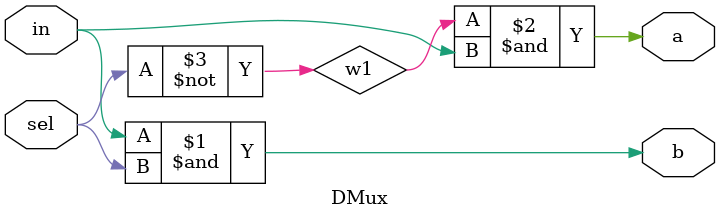
<source format=v>
/* módulo DMux */

`ifndef _DMux_
`define _DMux_

module DMux(a, b, in, sel);
    input in, sel ;
    output a, b ;
    wire w1;

    // Descrição de conexões internas do módulo

    and and0(b, in, sel);
    not not0(w1, sel);
    and and1(a, w1, in);

endmodule

`endif
</source>
